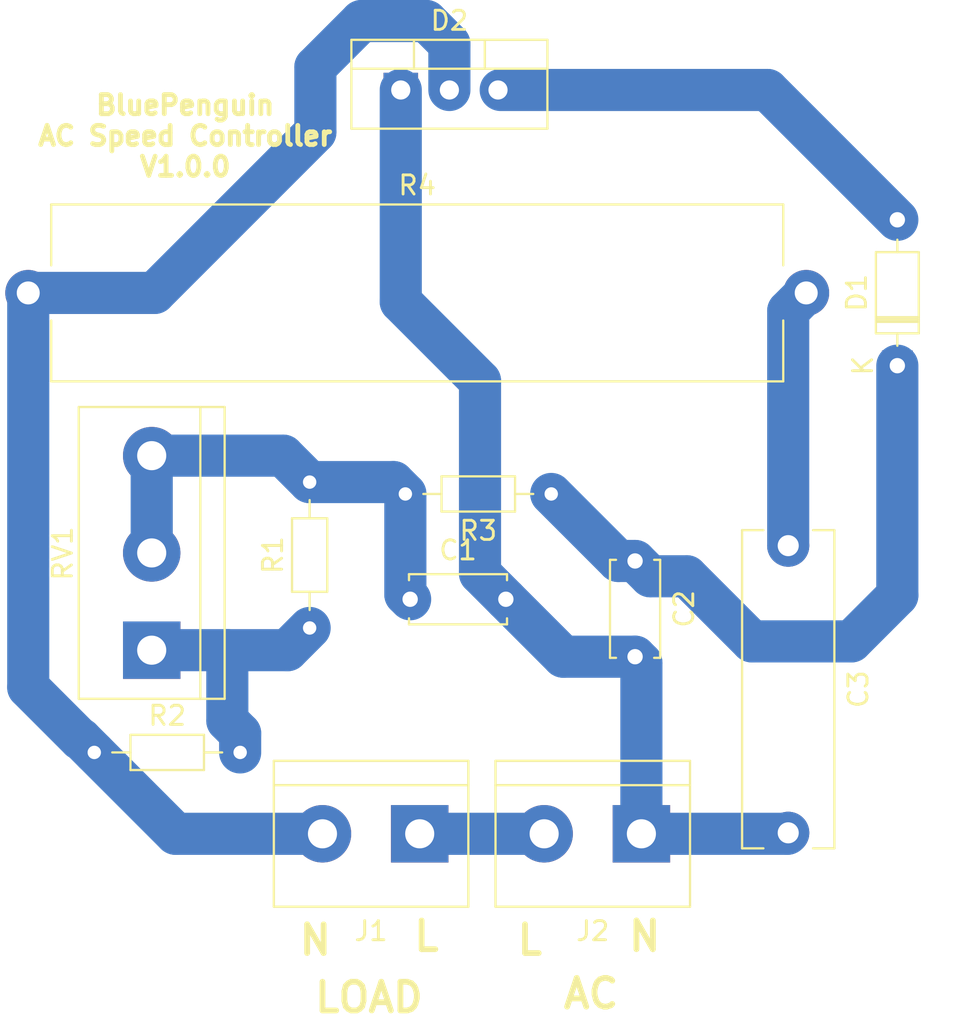
<source format=kicad_pcb>
(kicad_pcb (version 20171130) (host pcbnew 5.0.0-rc1-44a33f2~62~ubuntu17.10.1)

  (general
    (thickness 1.6)
    (drawings 7)
    (tracks 49)
    (zones 0)
    (modules 12)
    (nets 9)
  )

  (page A4)
  (layers
    (0 F.Cu signal)
    (31 B.Cu signal)
    (32 B.Adhes user)
    (33 F.Adhes user)
    (34 B.Paste user)
    (35 F.Paste user)
    (36 B.SilkS user)
    (37 F.SilkS user)
    (38 B.Mask user)
    (39 F.Mask user)
    (40 Dwgs.User user)
    (41 Cmts.User user)
    (42 Eco1.User user)
    (43 Eco2.User user)
    (44 Edge.Cuts user)
    (45 Margin user)
    (46 B.CrtYd user)
    (47 F.CrtYd user)
    (48 B.Fab user)
    (49 F.Fab user)
  )

  (setup
    (last_trace_width 2.2)
    (trace_clearance 0.2)
    (zone_clearance 0.508)
    (zone_45_only no)
    (trace_min 0.2)
    (segment_width 0.2)
    (edge_width 0.15)
    (via_size 0.8)
    (via_drill 0.4)
    (via_min_size 0.4)
    (via_min_drill 0.3)
    (uvia_size 0.3)
    (uvia_drill 0.1)
    (uvias_allowed no)
    (uvia_min_size 0.2)
    (uvia_min_drill 0.1)
    (pcb_text_width 0.3)
    (pcb_text_size 1.5 1.5)
    (mod_edge_width 0.15)
    (mod_text_size 1 1)
    (mod_text_width 0.15)
    (pad_size 1.524 1.524)
    (pad_drill 0.762)
    (pad_to_mask_clearance 0.2)
    (aux_axis_origin 0 0)
    (visible_elements FFFFFF7F)
    (pcbplotparams
      (layerselection 0x010fc_ffffffff)
      (usegerberextensions false)
      (usegerberattributes false)
      (usegerberadvancedattributes false)
      (creategerberjobfile false)
      (excludeedgelayer true)
      (linewidth 0.100000)
      (plotframeref false)
      (viasonmask false)
      (mode 1)
      (useauxorigin false)
      (hpglpennumber 1)
      (hpglpenspeed 20)
      (hpglpendiameter 15)
      (psnegative false)
      (psa4output false)
      (plotreference true)
      (plotvalue true)
      (plotinvisibletext false)
      (padsonsilk false)
      (subtractmaskfromsilk false)
      (outputformat 1)
      (mirror false)
      (drillshape 1)
      (scaleselection 1)
      (outputdirectory ""))
  )

  (net 0 "")
  (net 1 "Net-(R1-Pad1)")
  (net 2 "Net-(C1-Pad1)")
  (net 3 "Net-(J1-Pad1)")
  (net 4 "Net-(D2-Pad2)")
  (net 5 "Net-(C1-Pad2)")
  (net 6 "Net-(C3-Pad1)")
  (net 7 "Net-(C2-Pad1)")
  (net 8 "Net-(D1-Pad2)")

  (net_class Default "This is the default net class."
    (clearance 0.2)
    (trace_width 2.2)
    (via_dia 0.8)
    (via_drill 0.4)
    (uvia_dia 0.3)
    (uvia_drill 0.1)
    (add_net "Net-(C1-Pad1)")
    (add_net "Net-(C1-Pad2)")
    (add_net "Net-(C2-Pad1)")
    (add_net "Net-(C3-Pad1)")
    (add_net "Net-(D1-Pad2)")
    (add_net "Net-(D2-Pad2)")
    (add_net "Net-(J1-Pad1)")
    (add_net "Net-(R1-Pad1)")
  )

  (module Diode_THT:D_DO-35_SOD27_P7.62mm_Horizontal (layer F.Cu) (tedit 5A195B5A) (tstamp 5AF0CD40)
    (at 156.2 88.8 90)
    (descr "D, DO-35_SOD27 series, Axial, Horizontal, pin pitch=7.62mm, , length*diameter=4*2mm^2, , http://www.diodes.com/_files/packages/DO-35.pdf")
    (tags "D DO-35_SOD27 series Axial Horizontal pin pitch 7.62mm  length 4mm diameter 2mm")
    (path /5AC50B7D)
    (fp_text reference D1 (at 3.81 -2.12 90) (layer F.SilkS)
      (effects (font (size 1 1) (thickness 0.15)))
    )
    (fp_text value DIAC (at 3.81 2.12 90) (layer F.Fab)
      (effects (font (size 1 1) (thickness 0.15)))
    )
    (fp_line (start 1.81 -1) (end 1.81 1) (layer F.Fab) (width 0.1))
    (fp_line (start 1.81 1) (end 5.81 1) (layer F.Fab) (width 0.1))
    (fp_line (start 5.81 1) (end 5.81 -1) (layer F.Fab) (width 0.1))
    (fp_line (start 5.81 -1) (end 1.81 -1) (layer F.Fab) (width 0.1))
    (fp_line (start 0 0) (end 1.81 0) (layer F.Fab) (width 0.1))
    (fp_line (start 7.62 0) (end 5.81 0) (layer F.Fab) (width 0.1))
    (fp_line (start 2.41 -1) (end 2.41 1) (layer F.Fab) (width 0.1))
    (fp_line (start 2.51 -1) (end 2.51 1) (layer F.Fab) (width 0.1))
    (fp_line (start 2.31 -1) (end 2.31 1) (layer F.Fab) (width 0.1))
    (fp_line (start 1.69 -1.12) (end 1.69 1.12) (layer F.SilkS) (width 0.12))
    (fp_line (start 1.69 1.12) (end 5.93 1.12) (layer F.SilkS) (width 0.12))
    (fp_line (start 5.93 1.12) (end 5.93 -1.12) (layer F.SilkS) (width 0.12))
    (fp_line (start 5.93 -1.12) (end 1.69 -1.12) (layer F.SilkS) (width 0.12))
    (fp_line (start 1.04 0) (end 1.69 0) (layer F.SilkS) (width 0.12))
    (fp_line (start 6.58 0) (end 5.93 0) (layer F.SilkS) (width 0.12))
    (fp_line (start 2.41 -1.12) (end 2.41 1.12) (layer F.SilkS) (width 0.12))
    (fp_line (start 2.53 -1.12) (end 2.53 1.12) (layer F.SilkS) (width 0.12))
    (fp_line (start 2.29 -1.12) (end 2.29 1.12) (layer F.SilkS) (width 0.12))
    (fp_line (start -1.05 -1.4) (end -1.05 1.4) (layer F.CrtYd) (width 0.05))
    (fp_line (start -1.05 1.4) (end 8.7 1.4) (layer F.CrtYd) (width 0.05))
    (fp_line (start 8.7 1.4) (end 8.7 -1.4) (layer F.CrtYd) (width 0.05))
    (fp_line (start 8.7 -1.4) (end -1.05 -1.4) (layer F.CrtYd) (width 0.05))
    (fp_text user %R (at 4.11 0 90) (layer F.Fab)
      (effects (font (size 0.8 0.8) (thickness 0.12)))
    )
    (fp_text user K (at 0 -1.8 90) (layer F.Fab)
      (effects (font (size 1 1) (thickness 0.15)))
    )
    (fp_text user K (at 0 -1.8 90) (layer F.SilkS)
      (effects (font (size 1 1) (thickness 0.15)))
    )
    (pad 1 thru_hole rect (at 0 0 90) (size 1.6 1.6) (drill 0.8) (layers *.Cu *.Mask)
      (net 7 "Net-(C2-Pad1)"))
    (pad 2 thru_hole oval (at 7.62 0 90) (size 1.6 1.6) (drill 0.8) (layers *.Cu *.Mask)
      (net 8 "Net-(D1-Pad2)"))
    (model ${KISYS3DMOD}/Diode_THT.3dshapes/D_DO-35_SOD27_P7.62mm_Horizontal.wrl
      (at (xyz 0 0 0))
      (scale (xyz 1 1 1))
      (rotate (xyz 0 0 0))
    )
  )

  (module Resistor_THT:R_Axial_Power_L38.0mm_W9.0mm_P40.64mm (layer F.Cu) (tedit 5A8FED1A) (tstamp 5AF0CC74)
    (at 110.8 85)
    (descr "Resistor, Axial_Power series, Box, pin pitch=40.64mm, 9W, length*width*height=38*9*9mm^3, http://cdn-reichelt.de/documents/datenblatt/B400/5WAXIAL_9WAXIAL_11WAXIAL_17WAXIAL%23YAG.pdf")
    (tags "Resistor Axial_Power series Box pin pitch 40.64mm 9W length 38mm width 9mm height 9mm")
    (path /5AC50C6A)
    (fp_text reference R4 (at 20.32 -5.62) (layer F.SilkS)
      (effects (font (size 1 1) (thickness 0.15)))
    )
    (fp_text value "100 7W" (at 20.32 5.62) (layer F.Fab)
      (effects (font (size 1 1) (thickness 0.15)))
    )
    (fp_line (start 1.32 -4.5) (end 1.32 4.5) (layer F.Fab) (width 0.1))
    (fp_line (start 1.32 4.5) (end 39.32 4.5) (layer F.Fab) (width 0.1))
    (fp_line (start 39.32 4.5) (end 39.32 -4.5) (layer F.Fab) (width 0.1))
    (fp_line (start 39.32 -4.5) (end 1.32 -4.5) (layer F.Fab) (width 0.1))
    (fp_line (start 0 0) (end 1.32 0) (layer F.Fab) (width 0.1))
    (fp_line (start 40.64 0) (end 39.32 0) (layer F.Fab) (width 0.1))
    (fp_line (start 1.2 -1.44) (end 1.2 -4.62) (layer F.SilkS) (width 0.12))
    (fp_line (start 1.2 -4.62) (end 39.44 -4.62) (layer F.SilkS) (width 0.12))
    (fp_line (start 39.44 -4.62) (end 39.44 -1.44) (layer F.SilkS) (width 0.12))
    (fp_line (start 1.2 1.44) (end 1.2 4.62) (layer F.SilkS) (width 0.12))
    (fp_line (start 1.2 4.62) (end 39.44 4.62) (layer F.SilkS) (width 0.12))
    (fp_line (start 39.44 4.62) (end 39.44 1.44) (layer F.SilkS) (width 0.12))
    (fp_line (start -1.45 -4.9) (end -1.45 4.9) (layer F.CrtYd) (width 0.05))
    (fp_line (start -1.45 4.9) (end 42.1 4.9) (layer F.CrtYd) (width 0.05))
    (fp_line (start 42.1 4.9) (end 42.1 -4.9) (layer F.CrtYd) (width 0.05))
    (fp_line (start 42.1 -4.9) (end -1.45 -4.9) (layer F.CrtYd) (width 0.05))
    (fp_text user %R (at 20.32 0) (layer F.Fab)
      (effects (font (size 1 1) (thickness 0.15)))
    )
    (pad 1 thru_hole circle (at 0 0) (size 2.4 2.4) (drill 1.2) (layers *.Cu *.Mask)
      (net 4 "Net-(D2-Pad2)"))
    (pad 2 thru_hole oval (at 40.64 0) (size 2.4 2.4) (drill 1.2) (layers *.Cu *.Mask)
      (net 6 "Net-(C3-Pad1)"))
    (model ${KISYS3DMOD}/Resistor_THT.3dshapes/R_Axial_Power_L38.0mm_W9.0mm_P40.64mm.wrl
      (at (xyz 0 0 0))
      (scale (xyz 1 1 1))
      (rotate (xyz 0 0 0))
    )
  )

  (module Package_TO_SOT_THT:TO-220-3_Vertical (layer F.Cu) (tedit 5A02FF81) (tstamp 5AE62759)
    (at 130.26 74.4)
    (descr "TO-220-3, Vertical, RM 2.54mm")
    (tags "TO-220-3 Vertical RM 2.54mm")
    (path /5AC50ABE)
    (fp_text reference D2 (at 2.54 -3.62) (layer F.SilkS)
      (effects (font (size 1 1) (thickness 0.15)))
    )
    (fp_text value Q_TRIAC_A1A2G (at 2.54 3.92) (layer F.Fab)
      (effects (font (size 1 1) (thickness 0.15)))
    )
    (fp_text user %R (at 2.54 -3.62) (layer F.Fab)
      (effects (font (size 1 1) (thickness 0.15)))
    )
    (fp_line (start -2.46 -2.5) (end -2.46 1.9) (layer F.Fab) (width 0.1))
    (fp_line (start -2.46 1.9) (end 7.54 1.9) (layer F.Fab) (width 0.1))
    (fp_line (start 7.54 1.9) (end 7.54 -2.5) (layer F.Fab) (width 0.1))
    (fp_line (start 7.54 -2.5) (end -2.46 -2.5) (layer F.Fab) (width 0.1))
    (fp_line (start -2.46 -1.23) (end 7.54 -1.23) (layer F.Fab) (width 0.1))
    (fp_line (start 0.69 -2.5) (end 0.69 -1.23) (layer F.Fab) (width 0.1))
    (fp_line (start 4.39 -2.5) (end 4.39 -1.23) (layer F.Fab) (width 0.1))
    (fp_line (start -2.58 -2.62) (end 7.66 -2.62) (layer F.SilkS) (width 0.12))
    (fp_line (start -2.58 2.021) (end 7.66 2.021) (layer F.SilkS) (width 0.12))
    (fp_line (start -2.58 -2.62) (end -2.58 2.021) (layer F.SilkS) (width 0.12))
    (fp_line (start 7.66 -2.62) (end 7.66 2.021) (layer F.SilkS) (width 0.12))
    (fp_line (start -2.58 -1.11) (end 7.66 -1.11) (layer F.SilkS) (width 0.12))
    (fp_line (start 0.69 -2.62) (end 0.69 -1.11) (layer F.SilkS) (width 0.12))
    (fp_line (start 4.391 -2.62) (end 4.391 -1.11) (layer F.SilkS) (width 0.12))
    (fp_line (start -2.71 -2.75) (end -2.71 2.16) (layer F.CrtYd) (width 0.05))
    (fp_line (start -2.71 2.16) (end 7.79 2.16) (layer F.CrtYd) (width 0.05))
    (fp_line (start 7.79 2.16) (end 7.79 -2.75) (layer F.CrtYd) (width 0.05))
    (fp_line (start 7.79 -2.75) (end -2.71 -2.75) (layer F.CrtYd) (width 0.05))
    (pad 1 thru_hole rect (at 0 0) (size 1.8 1.8) (drill 1) (layers *.Cu *.Mask)
      (net 5 "Net-(C1-Pad2)"))
    (pad 2 thru_hole oval (at 2.54 0) (size 1.8 1.8) (drill 1) (layers *.Cu *.Mask)
      (net 4 "Net-(D2-Pad2)"))
    (pad 3 thru_hole oval (at 5.08 0) (size 1.8 1.8) (drill 1) (layers *.Cu *.Mask)
      (net 8 "Net-(D1-Pad2)"))
    (model ${KISYS3DMOD}/Package_TO_SOT_THT.3dshapes/TO-220-3_Vertical.wrl
      (offset (xyz 2.5 0 0))
      (scale (xyz 0.4 0.4 0.4))
      (rotate (xyz 0 0 0))
    )
  )

  (module Capacitor_THT:C_Disc_D5.0mm_W2.5mm_P5.00mm (layer F.Cu) (tedit 5A142A3B) (tstamp 5ADB5C3A)
    (at 142.5 99 270)
    (descr "C, Disc series, Radial, pin pitch=5.00mm, diameter*width=5*2.5mm^2, Capacitor, http://cdn-reichelt.de/documents/datenblatt/B300/DS_KERKO_TC.pdf")
    (tags "C Disc series Radial pin pitch 5.00mm  diameter 5mm width 2.5mm Capacitor")
    (path /5AC50E8C)
    (fp_text reference C2 (at 2.5 -2.56 270) (layer F.SilkS)
      (effects (font (size 1 1) (thickness 0.15)))
    )
    (fp_text value 22n (at 2.5 2.56 270) (layer F.Fab)
      (effects (font (size 1 1) (thickness 0.15)))
    )
    (fp_text user %R (at 2.5 0 270) (layer F.Fab)
      (effects (font (size 1 1) (thickness 0.15)))
    )
    (fp_line (start 6.05 -1.6) (end -1.05 -1.6) (layer F.CrtYd) (width 0.05))
    (fp_line (start 6.05 1.6) (end 6.05 -1.6) (layer F.CrtYd) (width 0.05))
    (fp_line (start -1.05 1.6) (end 6.05 1.6) (layer F.CrtYd) (width 0.05))
    (fp_line (start -1.05 -1.6) (end -1.05 1.6) (layer F.CrtYd) (width 0.05))
    (fp_line (start 5.06 0.996) (end 5.06 1.31) (layer F.SilkS) (width 0.12))
    (fp_line (start 5.06 -1.31) (end 5.06 -0.996) (layer F.SilkS) (width 0.12))
    (fp_line (start -0.06 0.996) (end -0.06 1.31) (layer F.SilkS) (width 0.12))
    (fp_line (start -0.06 -1.31) (end -0.06 -0.996) (layer F.SilkS) (width 0.12))
    (fp_line (start -0.06 1.31) (end 5.06 1.31) (layer F.SilkS) (width 0.12))
    (fp_line (start -0.06 -1.31) (end 5.06 -1.31) (layer F.SilkS) (width 0.12))
    (fp_line (start 5 -1.25) (end 0 -1.25) (layer F.Fab) (width 0.1))
    (fp_line (start 5 1.25) (end 5 -1.25) (layer F.Fab) (width 0.1))
    (fp_line (start 0 1.25) (end 5 1.25) (layer F.Fab) (width 0.1))
    (fp_line (start 0 -1.25) (end 0 1.25) (layer F.Fab) (width 0.1))
    (pad 2 thru_hole circle (at 5 0 270) (size 1.6 1.6) (drill 0.8) (layers *.Cu *.Mask)
      (net 5 "Net-(C1-Pad2)"))
    (pad 1 thru_hole circle (at 0 0 270) (size 1.6 1.6) (drill 0.8) (layers *.Cu *.Mask)
      (net 7 "Net-(C2-Pad1)"))
    (model ${KISYS3DMOD}/Capacitor_THT.3dshapes/C_Disc_D5.0mm_W2.5mm_P5.00mm.wrl
      (at (xyz 0 0 0))
      (scale (xyz 1 1 1))
      (rotate (xyz 0 0 0))
    )
  )

  (module Capacitor_THT:C_Disc_D5.0mm_W2.5mm_P5.00mm (layer F.Cu) (tedit 5A142A3B) (tstamp 5ADB5C25)
    (at 130.75 101)
    (descr "C, Disc series, Radial, pin pitch=5.00mm, diameter*width=5*2.5mm^2, Capacitor, http://cdn-reichelt.de/documents/datenblatt/B300/DS_KERKO_TC.pdf")
    (tags "C Disc series Radial pin pitch 5.00mm  diameter 5mm width 2.5mm Capacitor")
    (path /5AC50E3B)
    (fp_text reference C1 (at 2.5 -2.56) (layer F.SilkS)
      (effects (font (size 1 1) (thickness 0.15)))
    )
    (fp_text value 22n (at 2.5 2.56) (layer F.Fab)
      (effects (font (size 1 1) (thickness 0.15)))
    )
    (fp_line (start 0 -1.25) (end 0 1.25) (layer F.Fab) (width 0.1))
    (fp_line (start 0 1.25) (end 5 1.25) (layer F.Fab) (width 0.1))
    (fp_line (start 5 1.25) (end 5 -1.25) (layer F.Fab) (width 0.1))
    (fp_line (start 5 -1.25) (end 0 -1.25) (layer F.Fab) (width 0.1))
    (fp_line (start -0.06 -1.31) (end 5.06 -1.31) (layer F.SilkS) (width 0.12))
    (fp_line (start -0.06 1.31) (end 5.06 1.31) (layer F.SilkS) (width 0.12))
    (fp_line (start -0.06 -1.31) (end -0.06 -0.996) (layer F.SilkS) (width 0.12))
    (fp_line (start -0.06 0.996) (end -0.06 1.31) (layer F.SilkS) (width 0.12))
    (fp_line (start 5.06 -1.31) (end 5.06 -0.996) (layer F.SilkS) (width 0.12))
    (fp_line (start 5.06 0.996) (end 5.06 1.31) (layer F.SilkS) (width 0.12))
    (fp_line (start -1.05 -1.6) (end -1.05 1.6) (layer F.CrtYd) (width 0.05))
    (fp_line (start -1.05 1.6) (end 6.05 1.6) (layer F.CrtYd) (width 0.05))
    (fp_line (start 6.05 1.6) (end 6.05 -1.6) (layer F.CrtYd) (width 0.05))
    (fp_line (start 6.05 -1.6) (end -1.05 -1.6) (layer F.CrtYd) (width 0.05))
    (fp_text user %R (at 2.5 0) (layer F.Fab)
      (effects (font (size 1 1) (thickness 0.15)))
    )
    (pad 1 thru_hole circle (at 0 0) (size 1.6 1.6) (drill 0.8) (layers *.Cu *.Mask)
      (net 2 "Net-(C1-Pad1)"))
    (pad 2 thru_hole circle (at 5 0) (size 1.6 1.6) (drill 0.8) (layers *.Cu *.Mask)
      (net 5 "Net-(C1-Pad2)"))
    (model ${KISYS3DMOD}/Capacitor_THT.3dshapes/C_Disc_D5.0mm_W2.5mm_P5.00mm.wrl
      (at (xyz 0 0 0))
      (scale (xyz 1 1 1))
      (rotate (xyz 0 0 0))
    )
  )

  (module Capacitor_THT:C_Rect_L16.5mm_W4.7mm_P15.00mm_MKT (layer F.Cu) (tedit 5A142A3B) (tstamp 5ADB5C10)
    (at 150.5 98.2 270)
    (descr "C, Rect series, Radial, pin pitch=15.00mm, length*width=16.5*4.7mm^2, Capacitor, https://en.tdk.eu/inf/20/20/db/fc_2009/MKT_B32560_564.pdf")
    (tags "C Rect series Radial pin pitch 15.00mm  length 16.5mm width 4.7mm Capacitor")
    (path /5AC50ED0)
    (fp_text reference C3 (at 7.5 -3.66 270) (layer F.SilkS)
      (effects (font (size 1 1) (thickness 0.15)))
    )
    (fp_text value 33n (at 7.5 3.66 270) (layer F.Fab)
      (effects (font (size 1 1) (thickness 0.15)))
    )
    (fp_line (start -0.75 -2.35) (end -0.75 2.35) (layer F.Fab) (width 0.1))
    (fp_line (start -0.75 2.35) (end 15.75 2.35) (layer F.Fab) (width 0.1))
    (fp_line (start 15.75 2.35) (end 15.75 -2.35) (layer F.Fab) (width 0.1))
    (fp_line (start 15.75 -2.35) (end -0.75 -2.35) (layer F.Fab) (width 0.1))
    (fp_line (start -0.81 -2.41) (end 15.81 -2.41) (layer F.SilkS) (width 0.12))
    (fp_line (start -0.81 2.41) (end 15.81 2.41) (layer F.SilkS) (width 0.12))
    (fp_line (start -0.81 -2.41) (end -0.81 -1.296) (layer F.SilkS) (width 0.12))
    (fp_line (start -0.81 1.296) (end -0.81 2.41) (layer F.SilkS) (width 0.12))
    (fp_line (start 15.81 -2.41) (end 15.81 -1.296) (layer F.SilkS) (width 0.12))
    (fp_line (start 15.81 1.296) (end 15.81 2.41) (layer F.SilkS) (width 0.12))
    (fp_line (start -1.35 -2.7) (end -1.35 2.7) (layer F.CrtYd) (width 0.05))
    (fp_line (start -1.35 2.7) (end 16.35 2.7) (layer F.CrtYd) (width 0.05))
    (fp_line (start 16.35 2.7) (end 16.35 -2.7) (layer F.CrtYd) (width 0.05))
    (fp_line (start 16.35 -2.7) (end -1.35 -2.7) (layer F.CrtYd) (width 0.05))
    (fp_text user %R (at 7.5 0 270) (layer F.Fab)
      (effects (font (size 1 1) (thickness 0.15)))
    )
    (pad 1 thru_hole circle (at 0 0 270) (size 2.2 2.2) (drill 1.1) (layers *.Cu *.Mask)
      (net 6 "Net-(C3-Pad1)"))
    (pad 2 thru_hole circle (at 15 0 270) (size 2.2 2.2) (drill 1.1) (layers *.Cu *.Mask)
      (net 5 "Net-(C1-Pad2)"))
    (model ${KISYS3DMOD}/Capacitor_THT.3dshapes/C_Rect_L16.5mm_W4.7mm_P15.00mm_MKT.wrl
      (at (xyz 0 0 0))
      (scale (xyz 1 1 1))
      (rotate (xyz 0 0 0))
    )
  )

  (module Resistor_THT:R_Axial_DIN0204_L3.6mm_D1.6mm_P7.62mm_Horizontal (layer F.Cu) (tedit 5A24F4B6) (tstamp 5ADB5BC3)
    (at 138.12 95.5 180)
    (descr "Resistor, Axial_DIN0204 series, Axial, Horizontal, pin pitch=7.62mm, 0.167W, length*diameter=3.6*1.6mm^2, http://cdn-reichelt.de/documents/datenblatt/B400/1_4W%23YAG.pdf")
    (tags "Resistor Axial_DIN0204 series Axial Horizontal pin pitch 7.62mm 0.167W length 3.6mm diameter 1.6mm")
    (path /5AC50F28)
    (fp_text reference R3 (at 3.81 -1.92 180) (layer F.SilkS)
      (effects (font (size 1 1) (thickness 0.15)))
    )
    (fp_text value 10k (at 3.81 1.92 180) (layer F.Fab)
      (effects (font (size 1 1) (thickness 0.15)))
    )
    (fp_line (start 2.01 -0.8) (end 2.01 0.8) (layer F.Fab) (width 0.1))
    (fp_line (start 2.01 0.8) (end 5.61 0.8) (layer F.Fab) (width 0.1))
    (fp_line (start 5.61 0.8) (end 5.61 -0.8) (layer F.Fab) (width 0.1))
    (fp_line (start 5.61 -0.8) (end 2.01 -0.8) (layer F.Fab) (width 0.1))
    (fp_line (start 0 0) (end 2.01 0) (layer F.Fab) (width 0.1))
    (fp_line (start 7.62 0) (end 5.61 0) (layer F.Fab) (width 0.1))
    (fp_line (start 1.89 -0.92) (end 1.89 0.92) (layer F.SilkS) (width 0.12))
    (fp_line (start 1.89 0.92) (end 5.73 0.92) (layer F.SilkS) (width 0.12))
    (fp_line (start 5.73 0.92) (end 5.73 -0.92) (layer F.SilkS) (width 0.12))
    (fp_line (start 5.73 -0.92) (end 1.89 -0.92) (layer F.SilkS) (width 0.12))
    (fp_line (start 0.94 0) (end 1.89 0) (layer F.SilkS) (width 0.12))
    (fp_line (start 6.68 0) (end 5.73 0) (layer F.SilkS) (width 0.12))
    (fp_line (start -0.95 -1.2) (end -0.95 1.2) (layer F.CrtYd) (width 0.05))
    (fp_line (start -0.95 1.2) (end 8.6 1.2) (layer F.CrtYd) (width 0.05))
    (fp_line (start 8.6 1.2) (end 8.6 -1.2) (layer F.CrtYd) (width 0.05))
    (fp_line (start 8.6 -1.2) (end -0.95 -1.2) (layer F.CrtYd) (width 0.05))
    (fp_text user %R (at 3.81 0 180) (layer F.Fab)
      (effects (font (size 0.72 0.72) (thickness 0.108)))
    )
    (pad 1 thru_hole circle (at 0 0 180) (size 1.4 1.4) (drill 0.7) (layers *.Cu *.Mask)
      (net 7 "Net-(C2-Pad1)"))
    (pad 2 thru_hole oval (at 7.62 0 180) (size 1.4 1.4) (drill 0.7) (layers *.Cu *.Mask)
      (net 2 "Net-(C1-Pad1)"))
    (model ${KISYS3DMOD}/Resistor_THT.3dshapes/R_Axial_DIN0204_L3.6mm_D1.6mm_P7.62mm_Horizontal.wrl
      (at (xyz 0 0 0))
      (scale (xyz 1 1 1))
      (rotate (xyz 0 0 0))
    )
  )

  (module Resistor_THT:R_Axial_DIN0204_L3.6mm_D1.6mm_P7.62mm_Horizontal (layer F.Cu) (tedit 5A24F4B6) (tstamp 5ADB5BAC)
    (at 114.25 109)
    (descr "Resistor, Axial_DIN0204 series, Axial, Horizontal, pin pitch=7.62mm, 0.167W, length*diameter=3.6*1.6mm^2, http://cdn-reichelt.de/documents/datenblatt/B400/1_4W%23YAG.pdf")
    (tags "Resistor Axial_DIN0204 series Axial Horizontal pin pitch 7.62mm 0.167W length 3.6mm diameter 1.6mm")
    (path /5AC50C01)
    (fp_text reference R2 (at 3.81 -1.92) (layer F.SilkS)
      (effects (font (size 1 1) (thickness 0.15)))
    )
    (fp_text value 56k (at 3.81 1.92) (layer F.Fab)
      (effects (font (size 1 1) (thickness 0.15)))
    )
    (fp_text user %R (at 3.81 0) (layer F.Fab)
      (effects (font (size 0.72 0.72) (thickness 0.108)))
    )
    (fp_line (start 8.6 -1.2) (end -0.95 -1.2) (layer F.CrtYd) (width 0.05))
    (fp_line (start 8.6 1.2) (end 8.6 -1.2) (layer F.CrtYd) (width 0.05))
    (fp_line (start -0.95 1.2) (end 8.6 1.2) (layer F.CrtYd) (width 0.05))
    (fp_line (start -0.95 -1.2) (end -0.95 1.2) (layer F.CrtYd) (width 0.05))
    (fp_line (start 6.68 0) (end 5.73 0) (layer F.SilkS) (width 0.12))
    (fp_line (start 0.94 0) (end 1.89 0) (layer F.SilkS) (width 0.12))
    (fp_line (start 5.73 -0.92) (end 1.89 -0.92) (layer F.SilkS) (width 0.12))
    (fp_line (start 5.73 0.92) (end 5.73 -0.92) (layer F.SilkS) (width 0.12))
    (fp_line (start 1.89 0.92) (end 5.73 0.92) (layer F.SilkS) (width 0.12))
    (fp_line (start 1.89 -0.92) (end 1.89 0.92) (layer F.SilkS) (width 0.12))
    (fp_line (start 7.62 0) (end 5.61 0) (layer F.Fab) (width 0.1))
    (fp_line (start 0 0) (end 2.01 0) (layer F.Fab) (width 0.1))
    (fp_line (start 5.61 -0.8) (end 2.01 -0.8) (layer F.Fab) (width 0.1))
    (fp_line (start 5.61 0.8) (end 5.61 -0.8) (layer F.Fab) (width 0.1))
    (fp_line (start 2.01 0.8) (end 5.61 0.8) (layer F.Fab) (width 0.1))
    (fp_line (start 2.01 -0.8) (end 2.01 0.8) (layer F.Fab) (width 0.1))
    (pad 2 thru_hole oval (at 7.62 0) (size 1.4 1.4) (drill 0.7) (layers *.Cu *.Mask)
      (net 1 "Net-(R1-Pad1)"))
    (pad 1 thru_hole circle (at 0 0) (size 1.4 1.4) (drill 0.7) (layers *.Cu *.Mask)
      (net 4 "Net-(D2-Pad2)"))
    (model ${KISYS3DMOD}/Resistor_THT.3dshapes/R_Axial_DIN0204_L3.6mm_D1.6mm_P7.62mm_Horizontal.wrl
      (at (xyz 0 0 0))
      (scale (xyz 1 1 1))
      (rotate (xyz 0 0 0))
    )
  )

  (module Resistor_THT:R_Axial_DIN0204_L3.6mm_D1.6mm_P7.62mm_Horizontal (layer F.Cu) (tedit 5A24F4B6) (tstamp 5ADB5B95)
    (at 125.5 102.5 90)
    (descr "Resistor, Axial_DIN0204 series, Axial, Horizontal, pin pitch=7.62mm, 0.167W, length*diameter=3.6*1.6mm^2, http://cdn-reichelt.de/documents/datenblatt/B400/1_4W%23YAG.pdf")
    (tags "Resistor Axial_DIN0204 series Axial Horizontal pin pitch 7.62mm 0.167W length 3.6mm diameter 1.6mm")
    (path /5AC50C36)
    (fp_text reference R1 (at 3.81 -1.92 90) (layer F.SilkS)
      (effects (font (size 1 1) (thickness 0.15)))
    )
    (fp_text value 3M9 (at 3.81 1.92 90) (layer F.Fab)
      (effects (font (size 1 1) (thickness 0.15)))
    )
    (fp_line (start 2.01 -0.8) (end 2.01 0.8) (layer F.Fab) (width 0.1))
    (fp_line (start 2.01 0.8) (end 5.61 0.8) (layer F.Fab) (width 0.1))
    (fp_line (start 5.61 0.8) (end 5.61 -0.8) (layer F.Fab) (width 0.1))
    (fp_line (start 5.61 -0.8) (end 2.01 -0.8) (layer F.Fab) (width 0.1))
    (fp_line (start 0 0) (end 2.01 0) (layer F.Fab) (width 0.1))
    (fp_line (start 7.62 0) (end 5.61 0) (layer F.Fab) (width 0.1))
    (fp_line (start 1.89 -0.92) (end 1.89 0.92) (layer F.SilkS) (width 0.12))
    (fp_line (start 1.89 0.92) (end 5.73 0.92) (layer F.SilkS) (width 0.12))
    (fp_line (start 5.73 0.92) (end 5.73 -0.92) (layer F.SilkS) (width 0.12))
    (fp_line (start 5.73 -0.92) (end 1.89 -0.92) (layer F.SilkS) (width 0.12))
    (fp_line (start 0.94 0) (end 1.89 0) (layer F.SilkS) (width 0.12))
    (fp_line (start 6.68 0) (end 5.73 0) (layer F.SilkS) (width 0.12))
    (fp_line (start -0.95 -1.2) (end -0.95 1.2) (layer F.CrtYd) (width 0.05))
    (fp_line (start -0.95 1.2) (end 8.6 1.2) (layer F.CrtYd) (width 0.05))
    (fp_line (start 8.6 1.2) (end 8.6 -1.2) (layer F.CrtYd) (width 0.05))
    (fp_line (start 8.6 -1.2) (end -0.95 -1.2) (layer F.CrtYd) (width 0.05))
    (fp_text user %R (at 3.81 0 90) (layer F.Fab)
      (effects (font (size 0.72 0.72) (thickness 0.108)))
    )
    (pad 1 thru_hole circle (at 0 0 90) (size 1.4 1.4) (drill 0.7) (layers *.Cu *.Mask)
      (net 1 "Net-(R1-Pad1)"))
    (pad 2 thru_hole oval (at 7.62 0 90) (size 1.4 1.4) (drill 0.7) (layers *.Cu *.Mask)
      (net 2 "Net-(C1-Pad1)"))
    (model ${KISYS3DMOD}/Resistor_THT.3dshapes/R_Axial_DIN0204_L3.6mm_D1.6mm_P7.62mm_Horizontal.wrl
      (at (xyz 0 0 0))
      (scale (xyz 1 1 1))
      (rotate (xyz 0 0 0))
    )
  )

  (module TerminalBlock:TerminalBlock_bornier-2_P5.08mm (layer F.Cu) (tedit 59FF03AB) (tstamp 5ADB5B67)
    (at 142.83 113.25 180)
    (descr "simple 2-pin terminal block, pitch 5.08mm, revamped version of bornier2")
    (tags "terminal block bornier2")
    (path /5AC50FEF)
    (fp_text reference J2 (at 2.54 -5.08 180) (layer F.SilkS)
      (effects (font (size 1 1) (thickness 0.15)))
    )
    (fp_text value Conn_01x02 (at 2.54 5.08 180) (layer F.Fab)
      (effects (font (size 1 1) (thickness 0.15)))
    )
    (fp_line (start 7.79 4) (end -2.71 4) (layer F.CrtYd) (width 0.05))
    (fp_line (start 7.79 4) (end 7.79 -4) (layer F.CrtYd) (width 0.05))
    (fp_line (start -2.71 -4) (end -2.71 4) (layer F.CrtYd) (width 0.05))
    (fp_line (start -2.71 -4) (end 7.79 -4) (layer F.CrtYd) (width 0.05))
    (fp_line (start -2.54 3.81) (end 7.62 3.81) (layer F.SilkS) (width 0.12))
    (fp_line (start -2.54 -3.81) (end -2.54 3.81) (layer F.SilkS) (width 0.12))
    (fp_line (start 7.62 -3.81) (end -2.54 -3.81) (layer F.SilkS) (width 0.12))
    (fp_line (start 7.62 3.81) (end 7.62 -3.81) (layer F.SilkS) (width 0.12))
    (fp_line (start 7.62 2.54) (end -2.54 2.54) (layer F.SilkS) (width 0.12))
    (fp_line (start 7.54 -3.75) (end -2.46 -3.75) (layer F.Fab) (width 0.1))
    (fp_line (start 7.54 3.75) (end 7.54 -3.75) (layer F.Fab) (width 0.1))
    (fp_line (start -2.46 3.75) (end 7.54 3.75) (layer F.Fab) (width 0.1))
    (fp_line (start -2.46 -3.75) (end -2.46 3.75) (layer F.Fab) (width 0.1))
    (fp_line (start -2.41 2.55) (end 7.49 2.55) (layer F.Fab) (width 0.1))
    (fp_text user %R (at 2.54 0 180) (layer F.Fab)
      (effects (font (size 1 1) (thickness 0.15)))
    )
    (pad 2 thru_hole circle (at 5.08 0 180) (size 3 3) (drill 1.52) (layers *.Cu *.Mask)
      (net 3 "Net-(J1-Pad1)"))
    (pad 1 thru_hole rect (at 0 0 180) (size 3 3) (drill 1.52) (layers *.Cu *.Mask)
      (net 5 "Net-(C1-Pad2)"))
    (model ${KISYS3DMOD}/TerminalBlock.3dshapes/TerminalBlock_bornier-2_P5.08mm.wrl
      (offset (xyz 2.539999961853027 0 0))
      (scale (xyz 1 1 1))
      (rotate (xyz 0 0 0))
    )
  )

  (module TerminalBlock:TerminalBlock_bornier-2_P5.08mm (layer F.Cu) (tedit 59FF03AB) (tstamp 5ADB5B52)
    (at 131.25 113.25 180)
    (descr "simple 2-pin terminal block, pitch 5.08mm, revamped version of bornier2")
    (tags "terminal block bornier2")
    (path /5AC5108A)
    (fp_text reference J1 (at 2.54 -5.08 180) (layer F.SilkS)
      (effects (font (size 1 1) (thickness 0.15)))
    )
    (fp_text value Conn_01x02 (at 2.54 5.08 180) (layer F.Fab)
      (effects (font (size 1 1) (thickness 0.15)))
    )
    (fp_text user %R (at 2.54 0 180) (layer F.Fab)
      (effects (font (size 1 1) (thickness 0.15)))
    )
    (fp_line (start -2.41 2.55) (end 7.49 2.55) (layer F.Fab) (width 0.1))
    (fp_line (start -2.46 -3.75) (end -2.46 3.75) (layer F.Fab) (width 0.1))
    (fp_line (start -2.46 3.75) (end 7.54 3.75) (layer F.Fab) (width 0.1))
    (fp_line (start 7.54 3.75) (end 7.54 -3.75) (layer F.Fab) (width 0.1))
    (fp_line (start 7.54 -3.75) (end -2.46 -3.75) (layer F.Fab) (width 0.1))
    (fp_line (start 7.62 2.54) (end -2.54 2.54) (layer F.SilkS) (width 0.12))
    (fp_line (start 7.62 3.81) (end 7.62 -3.81) (layer F.SilkS) (width 0.12))
    (fp_line (start 7.62 -3.81) (end -2.54 -3.81) (layer F.SilkS) (width 0.12))
    (fp_line (start -2.54 -3.81) (end -2.54 3.81) (layer F.SilkS) (width 0.12))
    (fp_line (start -2.54 3.81) (end 7.62 3.81) (layer F.SilkS) (width 0.12))
    (fp_line (start -2.71 -4) (end 7.79 -4) (layer F.CrtYd) (width 0.05))
    (fp_line (start -2.71 -4) (end -2.71 4) (layer F.CrtYd) (width 0.05))
    (fp_line (start 7.79 4) (end 7.79 -4) (layer F.CrtYd) (width 0.05))
    (fp_line (start 7.79 4) (end -2.71 4) (layer F.CrtYd) (width 0.05))
    (pad 1 thru_hole rect (at 0 0 180) (size 3 3) (drill 1.52) (layers *.Cu *.Mask)
      (net 3 "Net-(J1-Pad1)"))
    (pad 2 thru_hole circle (at 5.08 0 180) (size 3 3) (drill 1.52) (layers *.Cu *.Mask)
      (net 4 "Net-(D2-Pad2)"))
    (model ${KISYS3DMOD}/TerminalBlock.3dshapes/TerminalBlock_bornier-2_P5.08mm.wrl
      (offset (xyz 2.539999961853027 0 0))
      (scale (xyz 1 1 1))
      (rotate (xyz 0 0 0))
    )
  )

  (module TerminalBlock:TerminalBlock_bornier-3_P5.08mm (layer F.Cu) (tedit 59FF03B9) (tstamp 5ADB5B3D)
    (at 117.25 103.66 90)
    (descr "simple 3-pin terminal block, pitch 5.08mm, revamped version of bornier3")
    (tags "terminal block bornier3")
    (path /5AC50DE5)
    (fp_text reference RV1 (at 5.05 -4.65 90) (layer F.SilkS)
      (effects (font (size 1 1) (thickness 0.15)))
    )
    (fp_text value 1M (at 5.08 5.08 90) (layer F.Fab)
      (effects (font (size 1 1) (thickness 0.15)))
    )
    (fp_text user %R (at 5.08 0 90) (layer F.Fab)
      (effects (font (size 1 1) (thickness 0.15)))
    )
    (fp_line (start -2.47 2.55) (end 12.63 2.55) (layer F.Fab) (width 0.1))
    (fp_line (start -2.47 -3.75) (end 12.63 -3.75) (layer F.Fab) (width 0.1))
    (fp_line (start 12.63 -3.75) (end 12.63 3.75) (layer F.Fab) (width 0.1))
    (fp_line (start 12.63 3.75) (end -2.47 3.75) (layer F.Fab) (width 0.1))
    (fp_line (start -2.47 3.75) (end -2.47 -3.75) (layer F.Fab) (width 0.1))
    (fp_line (start -2.54 3.81) (end -2.54 -3.81) (layer F.SilkS) (width 0.12))
    (fp_line (start 12.7 3.81) (end 12.7 -3.81) (layer F.SilkS) (width 0.12))
    (fp_line (start -2.54 2.54) (end 12.7 2.54) (layer F.SilkS) (width 0.12))
    (fp_line (start -2.54 -3.81) (end 12.7 -3.81) (layer F.SilkS) (width 0.12))
    (fp_line (start -2.54 3.81) (end 12.7 3.81) (layer F.SilkS) (width 0.12))
    (fp_line (start -2.72 -4) (end 12.88 -4) (layer F.CrtYd) (width 0.05))
    (fp_line (start -2.72 -4) (end -2.72 4) (layer F.CrtYd) (width 0.05))
    (fp_line (start 12.88 4) (end 12.88 -4) (layer F.CrtYd) (width 0.05))
    (fp_line (start 12.88 4) (end -2.72 4) (layer F.CrtYd) (width 0.05))
    (pad 1 thru_hole rect (at 0 0 90) (size 3 3) (drill 1.52) (layers *.Cu *.Mask)
      (net 1 "Net-(R1-Pad1)"))
    (pad 2 thru_hole circle (at 5.08 0 90) (size 3 3) (drill 1.52) (layers *.Cu *.Mask)
      (net 2 "Net-(C1-Pad1)"))
    (pad 3 thru_hole circle (at 10.16 0 90) (size 3 3) (drill 1.52) (layers *.Cu *.Mask)
      (net 2 "Net-(C1-Pad1)"))
    (model ${KISYS3DMOD}/TerminalBlock.3dshapes/TerminalBlock_bornier-3_P5.08mm.wrl
      (offset (xyz 5.079999923706055 0 0))
      (scale (xyz 1 1 1))
      (rotate (xyz 0 0 0))
    )
  )

  (gr_text "BluePenguin\nAC Speed Controller\nV1.0.0" (at 119 76.8) (layer F.SilkS)
    (effects (font (size 1 1) (thickness 0.25)))
  )
  (gr_text N (at 125.8 118.8) (layer F.SilkS)
    (effects (font (size 1.5 1.5) (thickness 0.3)))
  )
  (gr_text L (at 131.6 118.6) (layer F.SilkS)
    (effects (font (size 1.5 1.5) (thickness 0.3)))
  )
  (gr_text LOAD (at 128.6 121.8) (layer F.SilkS)
    (effects (font (size 1.5 1.5) (thickness 0.3)))
  )
  (gr_text AC (at 140.2 121.6) (layer F.SilkS)
    (effects (font (size 1.5 1.5) (thickness 0.3)))
  )
  (gr_text N (at 143 118.6) (layer F.SilkS)
    (effects (font (size 1.5 1.5) (thickness 0.3)))
  )
  (gr_text L (at 137 118.8) (layer F.SilkS)
    (effects (font (size 1.5 1.5) (thickness 0.3)))
  )

  (segment (start 121.2 103.66) (end 124.34 103.66) (width 2.2) (layer B.Cu) (net 1))
  (segment (start 117.25 103.66) (end 121.2 103.66) (width 2.2) (layer B.Cu) (net 1))
  (segment (start 121.87 109) (end 121.87 108.010051) (width 2.2) (layer B.Cu) (net 1))
  (segment (start 121.87 108.010051) (end 121.2 107.340051) (width 2.2) (layer B.Cu) (net 1))
  (segment (start 121.2 107.340051) (end 121.2 103.66) (width 2.2) (layer B.Cu) (net 1))
  (segment (start 124.34 103.66) (end 125.5 102.5) (width 2.2) (layer B.Cu) (net 1))
  (segment (start 130.5 95.5) (end 130.5 100.75) (width 2.2) (layer B.Cu) (net 2) (status 30))
  (segment (start 130.5 100.75) (end 130.75 101) (width 2.2) (layer B.Cu) (net 2) (status 30))
  (segment (start 125.5 94.88) (end 129.88 94.88) (width 2.2) (layer B.Cu) (net 2) (status 10))
  (segment (start 129.88 94.88) (end 130.5 95.5) (width 2.2) (layer B.Cu) (net 2) (status 20))
  (segment (start 117.25 93.5) (end 124.12 93.5) (width 2.2) (layer B.Cu) (net 2) (status 10))
  (segment (start 124.12 93.5) (end 125.5 94.88) (width 2.2) (layer B.Cu) (net 2) (status 20))
  (segment (start 117.25 98.58) (end 117.25 93.5) (width 2.2) (layer B.Cu) (net 2) (status 30))
  (segment (start 131.25 113.25) (end 137.75 113.25) (width 2.2) (layer B.Cu) (net 3) (status 30))
  (segment (start 125.8 76.6) (end 117.4 85) (width 2.2) (layer B.Cu) (net 4))
  (segment (start 117.4 85) (end 110.8 85) (width 2.2) (layer B.Cu) (net 4))
  (segment (start 125.8 73.2) (end 125.8 76.6) (width 2.2) (layer B.Cu) (net 4))
  (segment (start 128.2 70.8) (end 125.8 73.2) (width 2.2) (layer B.Cu) (net 4))
  (segment (start 131.6 70.8) (end 128.2 70.8) (width 2.2) (layer B.Cu) (net 4))
  (segment (start 132.8 72) (end 131.6 70.8) (width 2.2) (layer B.Cu) (net 4))
  (segment (start 132.8 74.4) (end 132.8 72) (width 2.2) (layer B.Cu) (net 4))
  (segment (start 113.550001 108.300001) (end 113.500001 108.300001) (width 2.2) (layer B.Cu) (net 4))
  (segment (start 114.25 109) (end 113.550001 108.300001) (width 2.2) (layer B.Cu) (net 4) (status 10))
  (segment (start 113.500001 108.300001) (end 110.8 105.6) (width 2.2) (layer B.Cu) (net 4))
  (segment (start 110.8 105.6) (end 110.8 85) (width 2.2) (layer B.Cu) (net 4) (status 20))
  (segment (start 126.17 113.25) (end 118.5 113.25) (width 2.2) (layer B.Cu) (net 4) (status 10))
  (segment (start 118.5 113.25) (end 114.25 109) (width 2.2) (layer B.Cu) (net 4) (status 20))
  (segment (start 134.4 89.6) (end 134.4 99.65) (width 2.2) (layer B.Cu) (net 5))
  (segment (start 134.4 99.65) (end 135.75 101) (width 2.2) (layer B.Cu) (net 5))
  (segment (start 130.26 85.46) (end 134.4 89.6) (width 2.2) (layer B.Cu) (net 5))
  (segment (start 130.26 74.4) (end 130.26 85.46) (width 2.2) (layer B.Cu) (net 5))
  (segment (start 142.83 113.25) (end 150.45 113.25) (width 2.2) (layer B.Cu) (net 5) (status 30))
  (segment (start 150.45 113.25) (end 150.5 113.2) (width 2.2) (layer B.Cu) (net 5) (status 30))
  (segment (start 142.5 104) (end 138.75 104) (width 2.2) (layer B.Cu) (net 5) (status 10))
  (segment (start 138.75 104) (end 135.75 101) (width 2.2) (layer B.Cu) (net 5) (status 20))
  (segment (start 142.83 113.25) (end 142.83 104.33) (width 2.2) (layer B.Cu) (net 5) (status 30))
  (segment (start 142.83 104.33) (end 142.5 104) (width 2.2) (layer B.Cu) (net 5) (status 30))
  (segment (start 150.5 98.2) (end 150.5 85.94) (width 2.2) (layer B.Cu) (net 6) (status 10))
  (segment (start 150.5 85.94) (end 151.44 85) (width 2.2) (layer B.Cu) (net 6) (status 20))
  (segment (start 143.299999 99.799999) (end 145.199999 99.799999) (width 2.2) (layer B.Cu) (net 7))
  (segment (start 156.2 100.8) (end 156.2 88.8) (width 2.2) (layer B.Cu) (net 7) (status 20))
  (segment (start 142.5 99) (end 143.299999 99.799999) (width 2.2) (layer B.Cu) (net 7) (status 10))
  (segment (start 145.199999 99.799999) (end 148.6 103.2) (width 2.2) (layer B.Cu) (net 7))
  (segment (start 148.6 103.2) (end 153.8 103.2) (width 2.2) (layer B.Cu) (net 7))
  (segment (start 153.8 103.2) (end 156.2 100.8) (width 2.2) (layer B.Cu) (net 7))
  (segment (start 142.5 99) (end 141.62 99) (width 2.2) (layer B.Cu) (net 7) (status 10))
  (segment (start 141.62 99) (end 138.12 95.5) (width 2.2) (layer B.Cu) (net 7) (status 20))
  (segment (start 135.48 74.4) (end 149.42 74.4) (width 2.2) (layer B.Cu) (net 8))
  (segment (start 149.42 74.4) (end 156.2 81.18) (width 2.2) (layer B.Cu) (net 8))

)

</source>
